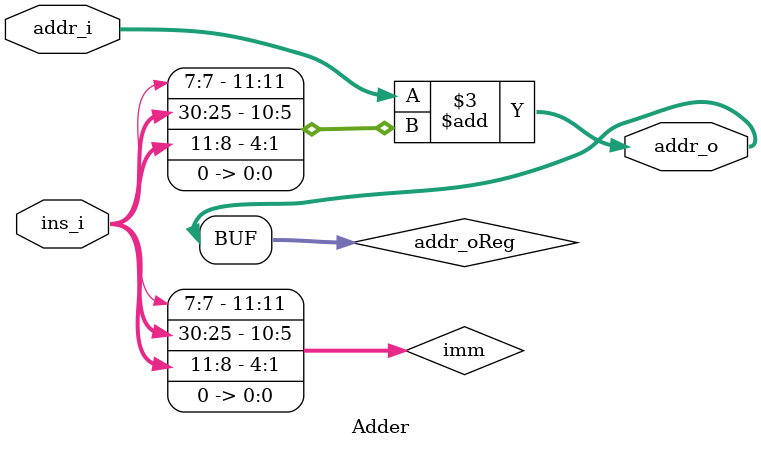
<source format=v>
module Adder
(
	addr_i,
	ins_i,
	addr_o
);

input [31:0] addr_i;
input [31:0] ins_i;
output [31:0] addr_o;

reg [11:0] imm;
reg [31:0] addr_oReg;
assign addr_o = addr_oReg;

always@* begin
	//[31:25] = imm[12, 10:5] [11:7] = imm[4:1, 11]
	imm = {ins_i[31], ins_i[7], ins_i[30:25], ins_i[11:8]};
	imm = imm << 1;
	addr_oReg = addr_i + imm;
end

endmodule
</source>
